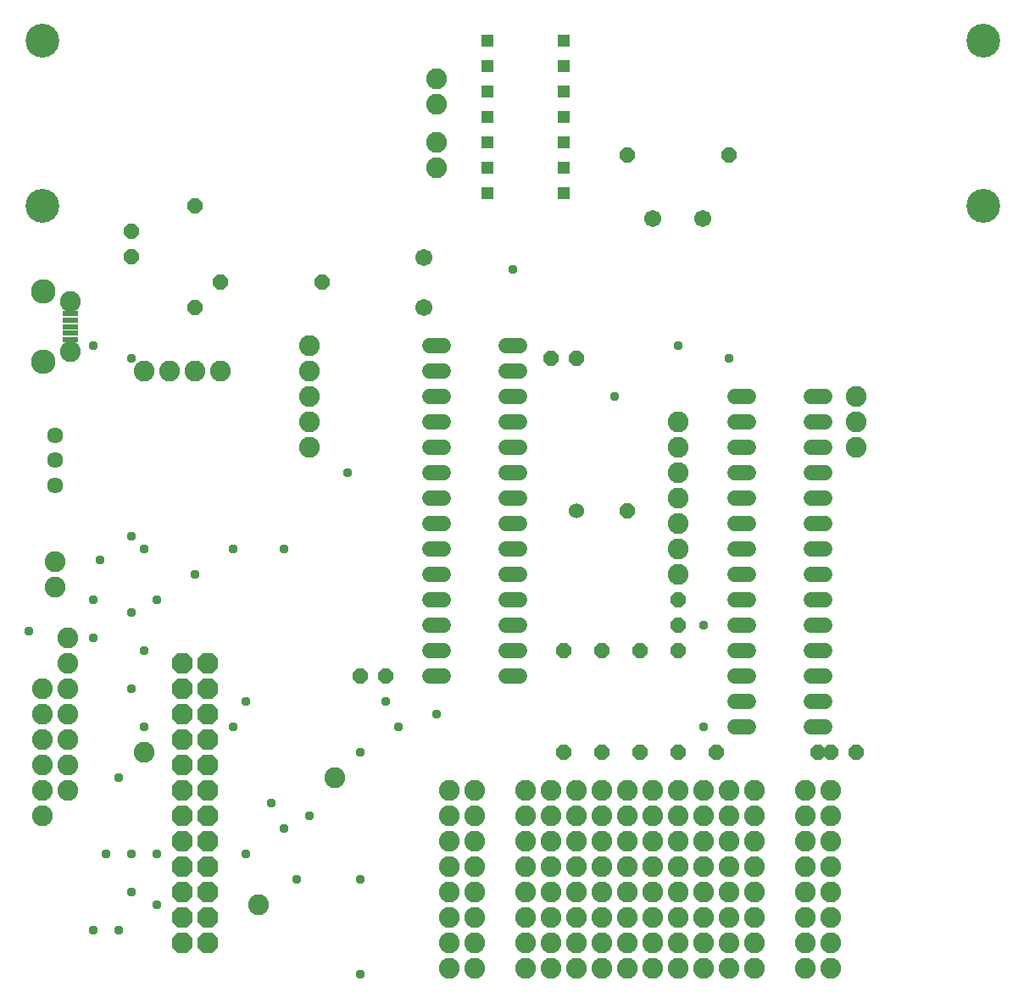
<source format=gts>
G04 EAGLE Gerber RS-274X export*
G75*
%MOMM*%
%FSLAX34Y34*%
%LPD*%
%INTop Soldermask*%
%IPPOS*%
%AMOC8*
5,1,8,0,0,1.08239X$1,22.5*%
G01*
%ADD10C,3.378200*%
%ADD11C,1.524000*%
%ADD12R,1.553200X0.603200*%
%ADD13C,2.078200*%
%ADD14C,2.453200*%
%ADD15C,2.082800*%
%ADD16C,1.611200*%
%ADD17P,1.649562X8X112.500000*%
%ADD18C,1.711200*%
%ADD19P,1.649562X8X202.500000*%
%ADD20C,1.524000*%
%ADD21P,1.649562X8X22.500000*%
%ADD22P,1.649562X8X292.500000*%
%ADD23R,1.311200X1.311200*%
%ADD24P,2.254402X8X112.500000*%
%ADD25C,0.959600*%


D10*
X25400Y952500D03*
X25400Y787400D03*
X965200Y952500D03*
X965200Y787400D03*
D11*
X425704Y647700D02*
X412496Y647700D01*
X412496Y622300D02*
X425704Y622300D01*
X425704Y596900D02*
X412496Y596900D01*
X412496Y571500D02*
X425704Y571500D01*
X425704Y546100D02*
X412496Y546100D01*
X412496Y520700D02*
X425704Y520700D01*
X425704Y495300D02*
X412496Y495300D01*
X412496Y469900D02*
X425704Y469900D01*
X425704Y444500D02*
X412496Y444500D01*
X412496Y419100D02*
X425704Y419100D01*
X425704Y393700D02*
X412496Y393700D01*
X412496Y368300D02*
X425704Y368300D01*
X425704Y342900D02*
X412496Y342900D01*
X412496Y317500D02*
X425704Y317500D01*
X488696Y317500D02*
X501904Y317500D01*
X501904Y342900D02*
X488696Y342900D01*
X488696Y368300D02*
X501904Y368300D01*
X501904Y393700D02*
X488696Y393700D01*
X488696Y419100D02*
X501904Y419100D01*
X501904Y444500D02*
X488696Y444500D01*
X488696Y469900D02*
X501904Y469900D01*
X501904Y495300D02*
X488696Y495300D01*
X488696Y520700D02*
X501904Y520700D01*
X501904Y546100D02*
X488696Y546100D01*
X488696Y571500D02*
X501904Y571500D01*
X501904Y596900D02*
X488696Y596900D01*
X488696Y622300D02*
X501904Y622300D01*
X501904Y647700D02*
X488696Y647700D01*
D12*
X53670Y666750D03*
X53670Y660250D03*
X53670Y653750D03*
X53670Y673250D03*
X53670Y679750D03*
D13*
X53670Y691750D03*
X53670Y641750D03*
D14*
X26670Y701750D03*
X26670Y631750D03*
D15*
X38100Y406400D03*
X38100Y431800D03*
X127000Y622300D03*
X152400Y622300D03*
X177800Y622300D03*
X203200Y622300D03*
D16*
X38100Y533400D03*
X38100Y508400D03*
X38100Y558400D03*
D17*
X114300Y736600D03*
X114300Y762000D03*
X177800Y685800D03*
X177800Y787400D03*
D15*
X292100Y647700D03*
X292100Y622300D03*
X292100Y596900D03*
X292100Y571500D03*
X292100Y546100D03*
D18*
X406400Y736200D03*
X406400Y686200D03*
D19*
X304800Y711200D03*
X203200Y711200D03*
X558800Y635000D03*
X533400Y635000D03*
X368300Y317500D03*
X342900Y317500D03*
D20*
X558800Y482600D03*
D21*
X609600Y482600D03*
D15*
X25400Y304800D03*
X25400Y279400D03*
X25400Y254000D03*
X25400Y228600D03*
X25400Y203200D03*
X25400Y177800D03*
X50800Y355600D03*
X50800Y330200D03*
X50800Y304800D03*
X50800Y279400D03*
X50800Y254000D03*
X50800Y228600D03*
X50800Y203200D03*
D11*
X717296Y596900D02*
X730504Y596900D01*
X730504Y571500D02*
X717296Y571500D01*
X717296Y546100D02*
X730504Y546100D01*
X730504Y520700D02*
X717296Y520700D01*
X717296Y495300D02*
X730504Y495300D01*
X730504Y469900D02*
X717296Y469900D01*
X717296Y444500D02*
X730504Y444500D01*
X730504Y419100D02*
X717296Y419100D01*
X717296Y393700D02*
X730504Y393700D01*
X730504Y368300D02*
X717296Y368300D01*
X717296Y342900D02*
X730504Y342900D01*
X730504Y317500D02*
X717296Y317500D01*
X717296Y292100D02*
X730504Y292100D01*
X730504Y266700D02*
X717296Y266700D01*
X793496Y266700D02*
X806704Y266700D01*
X806704Y292100D02*
X793496Y292100D01*
X793496Y317500D02*
X806704Y317500D01*
X806704Y342900D02*
X793496Y342900D01*
X793496Y368300D02*
X806704Y368300D01*
X806704Y393700D02*
X793496Y393700D01*
X793496Y419100D02*
X806704Y419100D01*
X806704Y444500D02*
X793496Y444500D01*
X793496Y469900D02*
X806704Y469900D01*
X806704Y495300D02*
X793496Y495300D01*
X793496Y520700D02*
X806704Y520700D01*
X806704Y546100D02*
X793496Y546100D01*
X793496Y571500D02*
X806704Y571500D01*
X806704Y596900D02*
X793496Y596900D01*
D22*
X660400Y393700D03*
X660400Y368300D03*
X622300Y342900D03*
X622300Y241300D03*
X660400Y342900D03*
X660400Y241300D03*
D19*
X838200Y241300D03*
X812800Y241300D03*
D21*
X698500Y241300D03*
X800100Y241300D03*
D19*
X711200Y838200D03*
X609600Y838200D03*
D18*
X635400Y774700D03*
X685400Y774700D03*
D23*
X469900Y952500D03*
X469900Y927100D03*
X469900Y901700D03*
X469900Y876300D03*
X469900Y850900D03*
X469900Y825500D03*
X469900Y800100D03*
X546100Y800100D03*
X546100Y825500D03*
X546100Y850900D03*
X546100Y876300D03*
X546100Y901700D03*
X546100Y927100D03*
X546100Y952500D03*
D15*
X419100Y889000D03*
X419100Y914400D03*
X419100Y825500D03*
X419100Y850900D03*
D24*
X165100Y50800D03*
X190500Y50800D03*
X165100Y76200D03*
X190500Y76200D03*
X165100Y101600D03*
X190500Y101600D03*
X165100Y127000D03*
X190500Y127000D03*
X165100Y152400D03*
X190500Y152400D03*
X165100Y177800D03*
X190500Y177800D03*
X165100Y203200D03*
X190500Y203200D03*
X165100Y228600D03*
X190500Y228600D03*
X165100Y254000D03*
X190500Y254000D03*
X165100Y279400D03*
X190500Y279400D03*
X165100Y304800D03*
X190500Y304800D03*
X165100Y330200D03*
X190500Y330200D03*
D22*
X584200Y342900D03*
X584200Y241300D03*
X546100Y342900D03*
X546100Y241300D03*
D15*
X127000Y241300D03*
X317500Y215900D03*
X241300Y88900D03*
X660400Y571500D03*
X660400Y546100D03*
X660400Y520700D03*
X660400Y495300D03*
X660400Y469900D03*
X660400Y444500D03*
X660400Y419100D03*
X838200Y596900D03*
X838200Y571500D03*
X838200Y546100D03*
X508000Y25400D03*
X508000Y50800D03*
X508000Y76200D03*
X508000Y101600D03*
X508000Y127000D03*
X508000Y152400D03*
X508000Y177800D03*
X508000Y203200D03*
X533400Y25400D03*
X533400Y50800D03*
X533400Y76200D03*
X533400Y101600D03*
X533400Y127000D03*
X533400Y152400D03*
X533400Y177800D03*
X533400Y203200D03*
X558800Y25400D03*
X558800Y50800D03*
X558800Y76200D03*
X558800Y101600D03*
X558800Y127000D03*
X558800Y152400D03*
X558800Y177800D03*
X558800Y203200D03*
X584200Y25400D03*
X584200Y50800D03*
X584200Y76200D03*
X584200Y101600D03*
X584200Y127000D03*
X584200Y152400D03*
X584200Y177800D03*
X584200Y203200D03*
X609600Y25400D03*
X609600Y50800D03*
X609600Y76200D03*
X609600Y101600D03*
X609600Y127000D03*
X609600Y152400D03*
X609600Y177800D03*
X609600Y203200D03*
X635000Y25400D03*
X635000Y50800D03*
X635000Y76200D03*
X635000Y101600D03*
X635000Y127000D03*
X635000Y152400D03*
X635000Y177800D03*
X635000Y203200D03*
X660400Y25400D03*
X660400Y50800D03*
X660400Y76200D03*
X660400Y101600D03*
X660400Y127000D03*
X660400Y152400D03*
X660400Y177800D03*
X660400Y203200D03*
X685800Y25400D03*
X685800Y50800D03*
X685800Y76200D03*
X685800Y101600D03*
X685800Y127000D03*
X685800Y152400D03*
X685800Y177800D03*
X685800Y203200D03*
X711200Y25400D03*
X711200Y50800D03*
X711200Y76200D03*
X711200Y101600D03*
X711200Y127000D03*
X711200Y152400D03*
X711200Y177800D03*
X711200Y203200D03*
X736600Y25400D03*
X736600Y50800D03*
X736600Y76200D03*
X736600Y101600D03*
X736600Y127000D03*
X736600Y152400D03*
X736600Y177800D03*
X736600Y203200D03*
X812800Y25400D03*
X812800Y50800D03*
X812800Y76200D03*
X812800Y101600D03*
X812800Y127000D03*
X812800Y152400D03*
X812800Y177800D03*
X812800Y203200D03*
X457200Y25400D03*
X457200Y50800D03*
X457200Y76200D03*
X457200Y101600D03*
X457200Y127000D03*
X457200Y152400D03*
X457200Y177800D03*
X457200Y203200D03*
X787400Y25400D03*
X787400Y50800D03*
X787400Y76200D03*
X787400Y101600D03*
X787400Y127000D03*
X787400Y152400D03*
X787400Y177800D03*
X787400Y203200D03*
X431800Y25400D03*
X431800Y50800D03*
X431800Y76200D03*
X431800Y101600D03*
X431800Y127000D03*
X431800Y152400D03*
X431800Y177800D03*
X431800Y203200D03*
D25*
X76200Y647700D03*
X83312Y433292D03*
X12446Y362426D03*
X685800Y368300D03*
X685800Y266700D03*
X228600Y292100D03*
X368300Y292100D03*
X114300Y635000D03*
X495300Y723900D03*
X101600Y215900D03*
X215900Y444500D03*
X127000Y444500D03*
X76200Y393700D03*
X76200Y355600D03*
X596900Y596900D03*
X660400Y647700D03*
X711200Y635000D03*
X76200Y63500D03*
X254000Y190500D03*
X292100Y177800D03*
X342900Y114300D03*
X342900Y19530D03*
X101600Y63500D03*
X139700Y139700D03*
X114300Y139700D03*
X114300Y101600D03*
X177800Y419100D03*
X139700Y88900D03*
X88900Y139700D03*
X279400Y114300D03*
X330200Y520700D03*
X266700Y165100D03*
X266700Y444500D03*
X228600Y139700D03*
X139700Y393700D03*
X342900Y241300D03*
X127000Y342900D03*
X127000Y266700D03*
X114300Y457200D03*
X114300Y304800D03*
X419100Y279400D03*
X381000Y266700D03*
X215900Y266700D03*
X114300Y381000D03*
M02*

</source>
